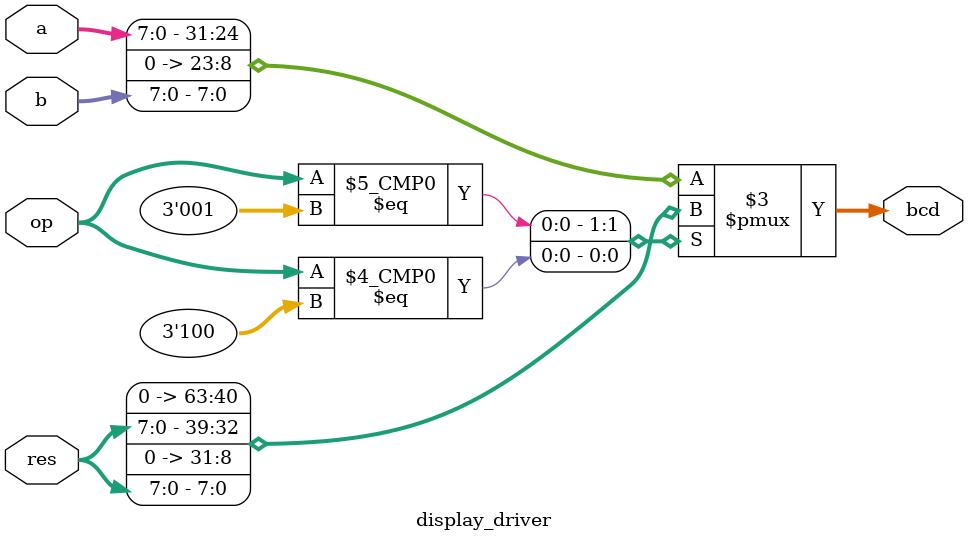
<source format=sv>
`timescale 1ns / 1ps


module display_driver #(parameter w = 8)(
	input logic [2:0]op,
	input logic [7:0]a,
	input logic [7:0]b,
	input logic [7:0]res,
	output logic [31:0]bcd
    );
    
    always_comb
    begin
    	case(op)
    		3'b001: begin
    			bcd = {24'b0,res}; //suma
    			end
    		3'b010: begin
    			bcd = {a,16'b0,b}; //and
    			end
    		3'b011: begin
    			bcd = {a,16'b0,b}; //or
    			end
    		3'b100: begin
    			bcd = {24'b0,res}; //resta
    			end
    		default: begin
    			bcd = {a,16'b0,b};
    			end
    	endcase
    end
endmodule

</source>
